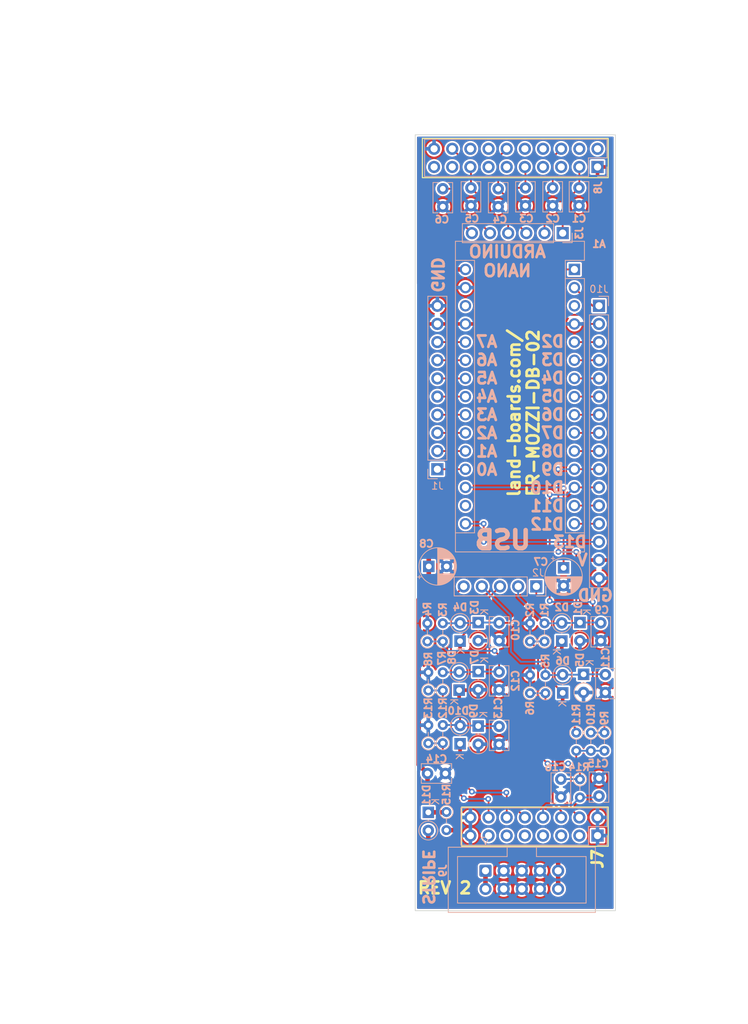
<source format=kicad_pcb>
(kicad_pcb (version 20211014) (generator pcbnew)
  (title_block (title "EURORACK MOZZI DAUGHTERCARD") (date "2022-10-29") (rev "1") (company "LAND BOARDS, LLC") (comment 1 "4 POTS, 5 JACKS"))
  (layers (0 "F.Cu" signal) (31 "B.Cu" signal) (34 "B.Paste" user) (35 "F.Paste" user) (36 "B.SilkS" user "B.Silkscreen") (37 "F.SilkS" user "F.Silkscreen") (38 "B.Mask" user) (39 "F.Mask" user) (44 "Edge.Cuts" user))
  (net 0 "")
  (net 1 "/POT2-2")
  (net 3 "/POT3-2")
  (net 4 "/POT1-2")
  (net 5 "/J1-T")
  (net 6 "/J2-T")
  (net 7 "/J3-T")
  (net 8 "/J4-T")
  (net 9 "GND")
  (net 10 "/ANA3")
  (net 11 "/ANA4")
  (net 12 "/ANA5")
  (net 13 "/J4-R_N")
  (net 14 "/J5-R_N")
  (net 15 "/J6-R_N")
  (net 16 "/J5-T")
  (net 17 "+12V")
  (net 18 "+5V")
  (net 19 "-12V")
  (net 22 "+12P")
  (net 23 "/ANA6")
  (net 24 "/ANA7")
  (net 25 "Net-(A1-Pad18)")
  (net 26 "/D13")
  (net 27 "/D12")
  (net 28 "/D11")
  (net 29 "/D10")
  (net 30 "/D9")
  (net 31 "/D8")
  (net 32 "/D7")
  (net 33 "/D6")
  (net 34 "/D0_RX")
  (net 35 "/D1_TX")
  (net 36 "Net-(C16-Pad1)")
  (net 37 "Net-(D11-Pad1)")
  (net 38 "/POT6-1")
  (net 39 "/POT6-3")
  (net 40 "/POT4-1")
  (net 41 "/POT4-3")
  (net 42 "/POT2-1")
  (net 43 "/POT2-3")
  (net 44 "/POT5-1")
  (net 45 "/POT5-3")
  (net 46 "/POT3-1")
  (net 47 "/POT3-3")
  (net 48 "/POT6-2")
  (net 49 "/POT4-2")
  (net 50 "/POT5-2")
  (net 51 "/ANA0")
  (net 52 "/ANA1")
  (net 53 "/ANA2")
  (net 54 "/J6-T")
  (net 55 "/J2-R_N")
  (net 56 "/D2")
  (net 57 "/D3")
  (net 58 "/D4")
  (net 59 "/D5")
  (net 60 "/J1-R_N")
  (net 61 "/J3-R_N")
  (net 62 "/POT1-1")
  (net 63 "/POT1-3")
  (net 64 "/J2-TIP")
  (net 65 "/J1-TIP")
  (net 66 "/J4-TIP")
  (net 67 "/J3-TIP")
  (net 68 "/J5-TIP")
  (footprint "Diode_THT:D_DO-35_SOD27_P2.54mm_Vertical_KathodeUp" (layer "B.Cu") (at 118.999 80.800686 90)
    (fp_text reference "D2")
    (fp_text value "BAT41")
  )
  (footprint "Diode_THT:D_DO-35_SOD27_P2.54mm_Vertical_KathodeUp" (layer "B.Cu") (at 119.126 88.039686 90)
    (fp_text reference "D6")
    (fp_text value "BAT41")
  )
  (footprint "Capacitor_THT:C_Rect_L4.0mm_W2.5mm_P2.50mm" (layer "B.Cu") (at 121.412 17.419 -90)
    (fp_text reference "C1")
    (fp_text value "0.1uF")
  )
  (footprint "Resistor_THT:R_Axial_DIN0204_L3.6mm_D1.6mm_P2.54mm_Vertical" (layer "B.Cu") (at 114.554 80.849 90)
    (fp_text reference "R2")
    (fp_text value "100K")
  )
  (footprint "Capacitor_THT:C_Rect_L4.0mm_W2.5mm_P2.50mm" (layer "B.Cu") (at 110.236 92.72999 -90)
    (fp_text reference "C13")
    (fp_text value "0.1uF")
  )
  (footprint "Capacitor_THT:C_Rect_L4.0mm_W2.5mm_P2.50mm" (layer "B.Cu") (at 100.223 99.314)
    (fp_text reference "C14")
    (fp_text value "0.1uF")
  )
  (footprint "Resistor_THT:R_Axial_DIN0204_L3.6mm_D1.6mm_P2.54mm_Vertical" (layer "B.Cu") (at 123.063 93.599 -90)
    (fp_text reference "R10")
    (fp_text value "1M")
  )
  (footprint "Resistor_THT:R_Axial_DIN0204_L3.6mm_D1.6mm_P2.54mm_Vertical" (layer "B.Cu") (at 102.362 80.849 90)
    (fp_text reference "R3")
    (fp_text value "10K")
  )
  (footprint "Resistor_THT:R_Axial_DIN0204_L3.6mm_D1.6mm_P2.54mm_Vertical" (layer "B.Cu") (at 102.362 87.707 90)
    (fp_text reference "R7")
    (fp_text value "10K")
  )
  (footprint "Capacitor_THT:C_Rect_L4.0mm_W2.5mm_P2.50mm" (layer "B.Cu") (at 110.109 17.546 -90)
    (fp_text reference "C4")
    (fp_text value "0.1uF")
  )
  (footprint "Resistor_THT:R_Axial_DIN0204_L3.6mm_D1.6mm_P2.54mm_Vertical" (layer "B.Cu") (at 102.87 104.698013 -90)
    (fp_text reference "R15")
    (fp_text value "10")
  )
  (footprint "Diode_THT:D_DO-35_SOD27_P2.54mm_Vertical_KathodeUp" (layer "B.Cu") (at 122.047 85.442315 -90)
    (fp_text reference "D5")
    (fp_text value "BAT41")
  )
  (footprint "Resistor_THT:R_Axial_DIN0204_L3.6mm_D1.6mm_P2.54mm_Vertical" (layer "B.Cu") (at 100.33 95.096 90)
    (fp_text reference "R13")
    (fp_text value "100K")
  )
  (footprint "Capacitor_THT:C_Rect_L4.0mm_W2.5mm_P2.50mm" (layer "B.Cu") (at 113.919 17.419 -90)
    (fp_text reference "C3")
    (fp_text value "0.1uF")
  )
  (footprint "Module:Arduino_Nano" (layer "B.Cu") (at 120.766992 28.829 180)
    (fp_text reference "A1")
    (fp_text value "Arduino_Nano_v3.x")
  )
  (footprint "Resistor_THT:R_Axial_DIN0204_L3.6mm_D1.6mm_P2.54mm_Vertical" (layer "B.Cu") (at 100.203 80.849 90)
    (fp_text reference "R4")
    (fp_text value "100K")
  )
  (footprint "Diode_THT:D_DO-35_SOD27_P2.54mm_Vertical_KathodeUp" (layer "B.Cu") (at 107.315 92.681315 -90)
    (fp_text reference "D9")
    (fp_text value "BAT41")
  )
  (footprint "Resistor_THT:R_Axial_DIN0204_L3.6mm_D1.6mm_P2.54mm_Vertical" (layer "B.Cu") (at 121.539 100.126 -90)
    (fp_text reference "R14")
    (fp_text value "3.9K")
  )
  (footprint "Capacitor_THT:C_Rect_L4.0mm_W2.5mm_P2.50mm" (layer "B.Cu") (at 124.206 102.46901 90)
    (fp_text reference "C15")
    (fp_text value "10nF")
  )
  (footprint "Capacitor_THT:C_Rect_L4.0mm_W2.5mm_P2.50mm" (layer "B.Cu") (at 110.236 78.252 -90)
    (fp_text reference "C10")
    (fp_text value "0.1uF")
  )
  (footprint "Diode_THT:D_DO-35_SOD27_P2.54mm_Vertical_KathodeUp" (layer "B.Cu") (at 107.315 85.061315 -90)
    (fp_text reference "D7")
    (fp_text value "BAT41")
  )
  (footprint "Resistor_THT:R_Axial_DIN0204_L3.6mm_D1.6mm_P2.54mm_Vertical" (layer "B.Cu") (at 114.554 88.088 90)
    (fp_text reference "R6")
    (fp_text value "100K")
  )
  (footprint "Connector_PinHeader_2.54mm:PinHeader_1x10_P2.54mm_Vertical" (layer "B.Cu") (at 101.6 56.769)
    (fp_text reference "J1")
    (fp_text value "Conn_01x10")
  )
  (footprint "Capacitor_THT:C_Rect_L4.0mm_W2.5mm_P2.50mm" (layer "B.Cu") (at 125.095 85.491 -90)
    (fp_text reference "C11")
    (fp_text value "0.1uF")
  )
  (footprint "Resistor_THT:R_Axial_DIN0204_L3.6mm_D1.6mm_P2.54mm_Vertical" (layer "B.Cu") (at 102.362 95.073 90)
    (fp_text reference "R12")
    (fp_text value "10K")
  )
  (footprint "Diode_THT:D_DO-35_SOD27_P2.54mm_Vertical_KathodeUp" (layer "B.Cu") (at 121.539 78.203315 -90)
    (fp_text reference "D1")
    (fp_text value "BAT41")
  )
  (footprint "Capacitor_THT:C_Rect_L4.0mm_W2.5mm_P2.50mm" (layer "B.Cu") (at 110.236 85.11 -90)
    (fp_text reference "C12")
    (fp_text value "0.1uF")
  )
  (footprint "Capacitor_THT:CP_Radial_D5.0mm_P2.50mm" (layer "B.Cu") (at 119.253 70.549888 -90)
    (fp_text reference "C7")
    (fp_text value "10uF")
  )
  (footprint "Resistor_THT:R_Axial_DIN0204_L3.6mm_D1.6mm_P2.54mm_Vertical" (layer "B.Cu") (at 100.33 87.707 90)
    (fp_text reference "R8")
    (fp_text value "100K")
  )
  (footprint "Connector_IDC:IDC-Header_2x05_P2.54mm_Vertical" (layer "B.Cu") (at 108.331 112.9125 -90)
    (fp_text reference "J9")
    (fp_text value "CONN, IDC, 2X5")
  )
  (footprint "Diode_THT:D_DO-35_SOD27_P2.54mm_Vertical_KathodeUp" (layer "B.Cu") (at 100.33 104.746315 -90)
    (fp_text reference "D11")
    (fp_text value "BAT41")
  )
  (footprint "Diode_THT:D_DO-35_SOD27_P2.54mm_Vertical_KathodeUp" (layer "B.Cu") (at 104.775 95.151686 90)
    (fp_text reference "D10")
    (fp_text value "BAT41")
  )
  (footprint "Capacitor_THT:C_Rect_L4.0mm_W2.5mm_P2.50mm" (layer "B.Cu") (at 118.872 100.096 -90)
    (fp_text reference "C16")
    (fp_text value "4.7nF")
  )
  (footprint "Capacitor_THT:C_Rect_L4.0mm_W2.5mm_P2.50mm" (layer "B.Cu") (at 117.729 17.419 -90)
    (fp_text reference "C2")
    (fp_text value "0.1uF")
  )
  (footprint "Connector_PinHeader_2.54mm:PinHeader_1x16_P2.54mm_Vertical" (layer "B.Cu") (at 124.206 33.909 180)
    (fp_text reference "J10")
    (fp_text value "Conn_01x16")
  )
  (footprint "Capacitor_THT:C_Rect_L4.0mm_W2.5mm_P2.50mm" (layer "B.Cu") (at 102.362 17.546 -90)
    (fp_text reference "C6")
    (fp_text value "0.1uF")
  )
  (footprint "Capacitor_THT:C_Rect_L4.0mm_W2.5mm_P2.50mm" (layer "B.Cu") (at 106.299 17.419 -90)
    (fp_text reference "C5")
    (fp_text value "0.1uF")
  )
  (footprint "Connector_PinHeader_2.54mm:PinHeader_1x05_P2.54mm_Vertical" (layer "B.Cu") (at 115.443 73.152 90)
    (fp_text reference "J2")
    (fp_text value "Conn_01x05")
  )
  (footprint "Capacitor_THT:CP_Radial_D5.0mm_P2.50mm" (layer "B.Cu") (at 100.394888 70.358)
    (fp_text reference "C8")
    (fp_text value "47uF")
  )
  (footprint "Connector_PinHeader_2.54mm:PinHeader_1x06_P2.54mm_Vertical" (layer "B.Cu") (at 119.126 23.749 90)
    (fp_text reference "J3")
    (fp_text value "Conn_01x06")
  )
  (footprint "Resistor_THT:R_Axial_DIN0204_L3.6mm_D1.6mm_P2.54mm_Vertical" (layer "B.Cu") (at 116.713 88.088 90)
    (fp_text reference "R5")
    (fp_text value "10K")
  )
  (footprint "Diode_THT:D_DO-35_SOD27_P2.54mm_Vertical_KathodeUp" (layer "B.Cu") (at 104.775 80.800686 90)
    (fp_text reference "D4")
    (fp_text value "BAT41")
  )
  (footprint "Diode_THT:D_DO-35_SOD27_P2.54mm_Vertical_KathodeUp" (layer "B.Cu") (at 104.648 87.658686 90)
    (fp_text reference "D8")
    (fp_text value "BAT41")
  )
  (footprint "Connector_PinHeader_2.54mm:PinHeader_2x10_P2.54mm_Vertical" (layer "B.Cu") (at 124.000006 14.499999 90)
    (fp_text reference "J8")
    (fp_text value "PROTO02_POTS")
  )
  (footprint "Connector_PinHeader_2.54mm:PinHeader_2x08_P2.54mm_Vertical" (layer "B.Cu") (at 124.000006 108.000013 90)
    (fp_text reference "J7")
    (fp_text value "PROTO02_JACKS")
  )
  (footprint "Diode_THT:D_DO-35_SOD27_P2.54mm_Vertical_KathodeUp" (layer "B.Cu") (at 107.315 78.203315 -90)
    (fp_text reference "D3")
    (fp_text value "BAT41")
  )
  (footprint "Resistor_THT:R_Axial_DIN0204_L3.6mm_D1.6mm_P2.54mm_Vertical" (layer "B.Cu") (at 116.586 80.849 90)
    (fp_text reference "R1")
    (fp_text value "10K")
  )
  (footprint "Resistor_THT:R_Axial_DIN0204_L3.6mm_D1.6mm_P2.54mm_Vertical" (layer "B.Cu") (at 124.968 93.599 -90)
    (fp_text reference "R9")
    (fp_text value "1M")
  )
  (footprint "Capacitor_THT:C_Rect_L4.0mm_W2.5mm_P2.50mm" (layer "B.Cu") (at 124.46 78.252 -90)
    (fp_text reference "C9")
    (fp_text value "0.1uF")
  )
  (footprint "Resistor_THT:R_Axial_DIN0204_L3.6mm_D1.6mm_P2.54mm_Vertical" (layer "B.Cu") (at 121.031 93.599 -90)
    (fp_text reference "R11")
    (fp_text value "3.9K")
  )
  (gr_rect (start 105 104) (end 125.5 109.5) (layer "F.SilkS") (width 0.15) (fill none))
  (gr_rect (start 99.5 10.5) (end 125.5 16) (layer "F.SilkS") (width 0.15) (fill none))
  (gr_rect (start 98.5 10) (end 126.5 118.5) (layer "Edge.Cuts") (width 0.1) (fill none))
  (gr_text "D2\nD3\nD4\nD5\nD6\nD7\nD8\nD9\nD10\nD11\nD12" (at 119.507 51.689) (layer "B.SilkS") (effects (font (size 1.5875 1.5875) (thickness 0.381)) (justify left mirror)))
  (gr_text "STRIPE" (at 100.33 113.792 270) (layer "B.SilkS") (effects (font (size 1.5 1.5) (thickness 0.375)) (justify mirror)))
  (gr_text "ARDUINO\nNANO" (at 111.379 27.686) (layer "B.SilkS") (effects (font (size 1.651 1.651) (thickness 0.381)) (justify mirror)))
  (gr_text "GND" (at 126.365 74.422) (layer "B.SilkS") (effects (font (size 1.5875 1.5875) (thickness 0.381)) (justify left mirror)))
  (gr_text "D13" (at 122.682 66.929) (layer "B.SilkS") (effects (font (size 1.5875 1.5875) (thickness 0.381)) (justify left mirror)))
  (gr_text "GND" (at 101.6 32.258 270) (layer "B.SilkS") (effects (font (size 1.5875 1.5875) (thickness 0.381)) (justify left mirror)))
  (gr_text "USB" (at 110.744 66.675) (layer "B.SilkS") (effects (font (size 2.54 2.54) (thickness 0.635)) (justify mirror)))
  (gr_text "V" (at 122.809 69.469) (layer "B.SilkS") (effects (font (size 1.5875 1.5875) (thickness 0.381)) (justify left mirror)))
  (gr_text "A7\nA6\nA5\nA4\nA3\nA2\nA1\nA0" (at 106.807 47.879) (layer "B.SilkS") (effects (font (size 1.5875 1.5875) (thickness 0.381)) (justify right mirror)))
  (gr_text "REV 2" (at 102.616 115.316) (layer "F.SilkS") (effects (font (size 1.651 1.651) (thickness 0.381))))
  (gr_text "land-boards.com/\nER-MOZZI-DB-02" (at 113.665 48.895 90) (layer "F.SilkS") (effects (font (size 1.651 1.651) (thickness 0.381))))
  (segment (start 112.014 21.717) (end 114.046 23.749) (width 0.254) (layer "F.Cu") (net 1))
  (segment (start 113.919 17.419) (end 112.756 17.419) (width 0.254) (layer "F.Cu") (net 1))
  (segment (start 112.014 18.161) (end 112.014 21.717) (width 0.254) (layer "F.Cu") (net 1))
  (segment (start 112.756 17.419) (end 112.014 18.161) (width 0.254) (layer "F.Cu") (net 1))
  (segment (start 113.919 17.419) (end 113.919 14.578993) (width 0.254) (layer "F.Cu") (net 1))
  (segment (start 108.077 19.197) (end 108.077 22.86) (width 0.254) (layer "F.Cu") (net 3))
  (segment (start 106.299 17.419) (end 108.077 19.197) (width 0.254) (layer "F.Cu") (net 3))
  (segment (start 106.299 17.419) (end 106.299 14.578993) (width 0.254) (layer "F.Cu") (net 3))
  (segment (start 108.077 22.86) (end 108.966 23.749) (width 0.254) (layer "F.Cu") (net 3))
  (segment (start 102.362 17.546) (end 103.652 17.546) (width 0.25) (layer "F.Cu") (net 4))
  (segment (start 103.652 17.546) (end 104.14 18.034) (width 0.25) (layer "F.Cu") (net 4))
  (segment (start 104.14 18.034) (end 104.14 21.463) (width 0.25) (layer "F.Cu") (net 4))
  (segment (start 104.14 21.463) (end 106.426 23.749) (width 0.25) (layer "F.Cu") (net 4))
  (segment (start 104.854517 13.13451) (end 104.854517 16.343483) (width 0.25) (layer "F.Cu") (net 4))
  (segment (start 104.854517 16.343483) (end 103.652 17.546) (width 0.25) (layer "F.Cu") (net 4))
  (segment (start 103.680006 11.959999) (end 104.854517 13.13451) (width 0.25) (layer "F.Cu") (net 4))
  (segment (start 111.633 101.092) (end 112.141 101.6) (width 0.254) (layer "F.Cu") (net 5))
  (segment (start 112.141 101.6) (end 112.141 103.761007) (width 0.254) (layer "F.Cu") (net 5))
  (segment (start 109.601 82.169) (end 111.76 84.328) (width 0.254) (layer "F.Cu") (net 5))
  (segment (start 111.633 96.901) (end 111.633 101.092) (width 0.254) (layer "F.Cu") (net 5))
  (segment (start 111.76 84.328) (end 111.76 96.774) (width 0.254) (layer "F.Cu") (net 5))
  (segment (start 112.141 103.761007) (end 113.840006 105.460013) (width 0.254) (layer "F.Cu") (net 5))
  (segment (start 111.76 96.774) (end 111.633 96.901) (width 0.254) (layer "F.Cu") (net 5))
  (via (at 109.601 82.169) (size 0.8) (drill 0.4) (layers "F.Cu" "B.Cu") (net 5))
  (segment (start 102.362 81.534) (end 102.997 82.169) (width 0.254) (layer "B.Cu") (net 5))
  (segment (start 109.601 82.169) (end 102.997 82.169) (width 0.254) (layer "B.Cu") (net 5))
  (segment (start 100.203 80.849) (end 102.362 80.849) (width 0.254) (layer "B.Cu") (net 5))
  (segment (start 102.362 80.849) (end 102.362 81.534) (width 0.254) (layer "B.Cu") (net 5))
  (segment (start 120.269 104.269007) (end 120.269 98.298) (width 0.25) (layer "F.Cu") (net 6))
  (segment (start 121.460006 105.460013) (end 120.269 104.269007) (width 0.25) (layer "F.Cu") (net 6))
  (segment (start 115.688489 81.983489) (end 114.554 80.849) (width 0.25) (layer "F.Cu") (net 6))
  (segment (start 115.688489 96.602989) (end 115.688489 81.983489) (width 0.25) (layer "F.Cu") (net 6))
  (segment (start 120.269 98.298) (end 119.888 97.917) (width 0.25) (layer "F.Cu") (net 6))
  (segment (start 117.0025 97.917) (end 115.688489 96.602989) (width 0.25) (layer "F.Cu") (net 6))
  (via (at 117.0025 97.917) (size 0.8) (drill 0.4) (layers "F.Cu" "B.Cu") (net 6))
  (via (at 119.888 97.917) (size 0.8) (drill 0.4) (layers "F.Cu" "B.Cu") (net 6))
  (segment (start 119.888 97.917) (end 117.0025 97.917) (width 0.25) (layer "B.Cu") (net 6))
  (segment (start 114.554 80.849) (end 116.586 80.849) (width 0.254) (layer "B.Cu") (net 6))
  (segment (start 111.300006 102.029006) (end 111.252 101.981) (width 0.254) (layer "F.Cu") (net 7))
  (segment (start 111.300006 105.460013) (end 111.300006 102.029006) (width 0.254) (layer "F.Cu") (net 7))
  (segment (start 104.968687 100.396687) (end 104.968687 98.231313) (width 0.254) (layer "F.Cu") (net 7))
  (segment (start 106.426 101.854) (end 104.968687 100.396687) (width 0.254) (layer "F.Cu") (net 7))
  (segment (start 103.505 96.767626) (end 103.505 90.297) (width 0.254) (layer "F.Cu") (net 7))
  (segment (start 102.362 89.154) (end 102.362 87.707) (width 0.254) (layer "F.Cu") (net 7))
  (segment (start 103.505 90.297) (end 102.362 89.154) (width 0.254) (layer "F.Cu") (net 7))
  (segment (start 104.968687 98.231313) (end 103.505 96.767626) (width 0.254) (layer "F.Cu") (net 7))
  (via (at 111.252 101.981) (size 0.8) (drill 0.4) (layers "F.Cu" "B.Cu") (net 7))
  (via (at 106.426 101.854) (size 0.8) (drill 0.4) (layers "F.Cu" "B.Cu") (net 7))
  (segment (start 106.553 101.981) (end 106.426 101.854) (width 0.254) (layer "B.Cu") (net 7))
  (segment (start 111.252 101.981) (end 106.553 101.981) (width 0.254) (layer "B.Cu") (net 7))
  (segment (start 100.33 87.707) (end 102.362 87.707) (width 0.254) (layer "B.Cu") (net 7))
  (segment (start 118.920006 105.460013) (end 118.920006 104.569006) (width 0.254) (layer "F.Cu") (net 8))
  (segment (start 118.920006 104.569006) (end 117.729 103.378) (width 0.254) (layer "F.Cu") (net 8))
  (segment (start 117.729 92.456) (end 117.729 103.378) (width 0.254) (layer "F.Cu") (net 8))
  (segment (start 116.713 88.088) (end 116.713 91.44) (width 0.254) (layer "F.Cu") (net 8))
  (segment (start 116.713 91.44) (end 117.729 92.456) (width 0.254) (layer "F.Cu") (net 8))
  (segment (start 114.554 88.088) (end 116.713 88.088) (width 0.254) (layer "B.Cu") (net 8))
  (segment (start 101.6 49.149) (end 105.526992 49.149) (width 0.25) (layer "F.Cu") (net 10))
  (segment (start 101.6 46.609) (end 105.526992 46.609) (width 0.25) (layer "F.Cu") (net 11))
  (segment (start 101.6 44.069) (end 105.526992 44.069) (width 0.25) (layer "F.Cu") (net 12))
  (segment (start 102.362 96.266) (end 102.362 95.073) (width 0.254) (layer "F.Cu") (net 16))
  (segment (start 108.760006 105.460013) (end 108.760006 102.918006) (width 0.254) (layer "F.Cu") (net 16))
  (segment (start 104.14 98.044) (end 102.362 96.266) (width 0.254) (layer "F.Cu") (net 16))
  (segment (start 104.14 101.611885) (end 104.14 98.044) (width 0.254) (layer "F.Cu") (net 16))
  (segment (start 105.307322 102.779207) (end 104.14 101.611885) (width 0.254) (layer "F.Cu") (net 16))
  (segment (start 108.760006 102.918006) (end 108.712 102.87) (width 0.254) (layer "F.Cu") (net 16))
  (via (at 105.307322 102.779207) (size 0.8) (drill 0.4) (layers "F.Cu" "B.Cu") (net 16))
  (via (at 108.712 102.87) (size 0.8) (drill 0.4) (layers "F.Cu" "B.Cu") (net 16))
  (segment (start 108.712 102.87) (end 105.398115 102.87) (width 0.254) (layer "B.Cu") (net 16))
  (segment (start 100.33 95.096) (end 102.339 95.096) (width 0.254) (layer "B.Cu") (net 16))
  (segment (start 105.398115 102.87) (end 105.307322 102.779207) (width 0.254) (layer "B.Cu") (net 16))
  (segment (start 117.602 110.744) (end 101.219 110.744) (width 0.635) (layer "F.Cu") (net 17))
  (segment (start 118.491 111.633) (end 117.602 110.744) (width 0.635) (layer "F.Cu") (net 17))
  (segment (start 118.491 112.9125) (end 118.491 111.633) (width 0.635) (layer "F.Cu") (net 17))
  (segment (start 101.219 110.744) (end 100.33 109.855) (width 0.635) (layer "F.Cu") (net 17))
  (segment (start 100.33 109.855) (end 100.33 107.286315) (width 0.635) (layer "F.Cu") (net 17))
  (segment (start 118.491 112.9125) (end 118.491 115.4525) (width 0.635) (layer "F.Cu") (net 17))
  (segment (start 118.999 80.800686) (end 118.001489 81.798197) (width 0.25) (layer "F.Cu") (net 18))
  (segment (start 118.001489 86.915175) (end 119.126 88.039686) (width 0.25) (layer "F.Cu") (net 18))
  (segment (start 104.775 80.391) (end 105.918 79.248) (width 0.25) (layer "F.Cu") (net 18))
  (segment (start 118.001489 81.798197) (end 118.001489 86.915175) (width 0.25) (layer "F.Cu") (net 18))
  (segment (start 108.331 112.9125) (end 108.331 115.4525) (width 0.635) (layer "F.Cu") (net 19))
  (segment (start 101.854 28.829) (end 105.526992 28.829) (width 0.635) (layer "F.Cu") (net 22))
  (segment (start 99.314 62.357) (end 99.314 31.369) (width 0.635) (layer "F.Cu") (net 22))
  (segment (start 103.632 102.362) (end 101.092 102.362) (width 0.635) (layer "F.Cu") (net 22))
  (segment (start 104.521 106.807) (end 104.521 103.251) (width 0.635) (layer "F.Cu") (net 22))
  (segment (start 98.985989 75.004011) (end 100.394888 73.595112) (width 0.635) (layer "F.Cu") (net 22))
  (segment (start 100.394888 73.595112) (end 100.394888 70.358) (width 0.635) (layer "F.Cu") (net 22))
  (segment (start 104.521 103.251) (end 103.632 102.362) (width 0.635) (layer "F.Cu") (net 22))
  (segment (start 101.092 102.362) (end 100.223 101.493) (width 0.635) (layer "F.Cu") (net 22))
  (segment (start 100.394888 70.358) (end 100.394888 63.437888) (width 0.635) (layer "F.Cu") (net 22))
  (segment (start 104.09 107.238) (end 104.521 106.807) (width 0.635) (layer "F.Cu") (net 22))
  (segment (start 100.394888 63.437888) (end 99.314 62.357) (width 0.635) (layer "F.Cu") (net 22))
  (segment (start 99.314 31.369) (end 101.854 28.829) (width 0.635) (layer "F.Cu") (net 22))
  (segment (start 98.985989 98.076989) (end 98.985989 75.004011) (width 0.635) (layer "F.Cu") (net 22))
  (segment (start 100.223 99.314) (end 98.985989 98.076989) (width 0.635) (layer "F.Cu") (net 22))
  (segment (start 100.223 101.493) (end 100.223 99.314) (width 0.635) (layer "F.Cu") (net 22))
  (segment (start 102.87 107.238) (end 104.09 107.238) (width 0.635) (layer "F.Cu") (net 22))
  (segment (start 101.6 41.529) (end 105.526992 41.529) (width 0.25) (layer "F.Cu") (net 23))
  (segment (start 101.6 38.989) (end 105.526992 38.989) (width 0.25) (layer "F.Cu") (net 24))
  (segment (start 119.253 70.549888) (end 119.253 59.436) (width 0.254) (layer "F.Cu") (net 25))
  (via (at 119.253 59.436) (size 0.8) (drill 0.4) (layers "F.Cu" "B.Cu") (net 25))
  (segment (start 119.253 59.436) (end 119.126 59.309) (width 0.254) (layer "B.Cu") (net 25))
  (segment (start 119.126 59.309) (end 105.526992 59.309) (width 0.254) (layer "B.Cu") (net 25))
  (segment (start 108.077 66.929) (end 108.077 64.389) (width 0.25) (layer "F.Cu") (net 26))
  (via (at 108.077 64.389) (size 0.8) (drill 0.4) (layers "F.Cu" "B.Cu") (net 26))
  (via (at 108.077 66.929) (size 0.8) (drill 0.4) (layers "F.Cu" "B.Cu") (net 26))
  (segment (start 105.527 64.389) (end 108.077 64.389) (width 0.25) (layer "B.Cu") (net 26))
  (segment (start 124.079 66.929) (end 108.077 66.929) (width 0.25) (layer "B.Cu") (net 26))
  (segment (start 120.767 64.389) (end 124.079 64.389) (width 0.25) (layer "F.Cu") (net 27))
  (segment (start 120.767 61.849) (end 124.079 61.849) (width 0.25) (layer "F.Cu") (net 28))
  (segment (start 120.766992 59.309) (end 124.079 59.309) (width 0.254) (layer "F.Cu") (net 29))
  (segment (start 123.698 90.551) (end 123.698 87.63) (width 0.254) (layer "F.Cu") (net 29))
  (segment (start 123.333489 87.265489) (end 123.333489 75.327489) (width 0.254) (layer "F.Cu") (net 29))
  (segment (start 124.968 91.821) (end 123.698 90.551) (width 0.254) (layer "F.Cu") (net 29))
  (segment (start 123.698 87.63) (end 123.333489 87.265489) (width 0.254) (layer "F.Cu") (net 29))
  (segment (start 117.3125 75.184) (end 117.3125 60.325) (width 0.254) (layer "F.Cu") (net 29))
  (segment (start 124.968 93.599) (end 124.968 91.821) (width 0.254) (layer "F.Cu") (net 29))
  (via (at 123.333489 75.327489) (size 0.8) (drill 0.4) (layers "F.Cu" "B.Cu") (net 29))
  (via (at 117.3125 75.184) (size 0.8) (drill 0.4) (layers "F.Cu" "B.Cu") (net 29))
  (via (at 117.3125 60.325) (size 0.8) (drill 0.4) (layers "F.Cu" "B.Cu") (net 29))
  (segment (start 119.750992 60.325) (end 120.766992 59.309) (width 0.254) (layer "B.Cu") (net 29))
  (segment (start 123.063 93.599) (end 124.968 93.599) (width 0.254) (layer "B.Cu") (net 29))
  (segment (start 117.455989 75.327489) (end 117.3125 75.184) (width 0.254) (layer "B.Cu") (net 29))
  (segment (start 123.333489 75.327489) (end 117.455989 75.327489) (width 0.254) (layer "B.Cu") (net 29))
  (segment (start 117.3125 60.325) (end 119.750992 60.325) (width 0.254) (layer "B.Cu") (net 29))
  (segment (start 118.5265 68.326) (end 118.5265 56.8045) (width 0.254) (layer "F.Cu") (net 30))
  (segment (start 120.766992 56.769) (end 124.079 56.769) (width 0.254) (layer "F.Cu") (net 30))
  (segment (start 120.412489 76.056511) (end 120.412489 92.472489) (width 0.254) (layer "F.Cu") (net 30))
  (segment (start 120.412489 92.472489) (end 121.539 93.599) (width 0.254) (layer "F.Cu") (net 30))
  (segment (start 121.031 75.438) (end 120.412489 76.056511) (width 0.254) (layer "F.Cu") (net 30))
  (segment (start 118.5265 56.8045) (end 118.491 56.769) (width 0.254) (layer "F.Cu") (net 30))
  (segment (start 121.031 68.326) (end 121.031 75.438) (width 0.254) (layer "F.Cu") (net 30))
  (via (at 118.491 56.769) (size 0.8) (drill 0.4) (layers "F.Cu" "B.Cu") (net 30))
  (via (at 121.031 68.326) (size 0.8) (drill 0.4) (layers "F.Cu" "B.Cu") (net 30))
  (via (at 118.5265 68.326) (size 0.8) (drill 0.4) (layers "F.Cu" "B.Cu") (net 30))
  (segment (start 121.031 68.326) (end 118.5265 68.326) (width 0.254) (layer "B.Cu") (net 30))
  (segment (start 118.491 56.769) (end 120.766992 56.769) (width 0.254) (layer "B.Cu") (net 30))
  (segment (start 120.767 54.229) (end 124.079 54.229) (width 0.25) (layer "F.Cu") (net 31))
  (segment (start 120.767 51.689) (end 124.079 51.689) (width 0.25) (layer "F.Cu") (net 32))
  (segment (start 120.767 49.149) (end 124.079 49.149) (width 0.25) (layer "F.Cu") (net 33))
  (segment (start 123.306992 33.909) (end 120.766992 31.369) (width 0.25) (layer "F.Cu") (net 34))
  (segment (start 124.206 33.909) (end 123.306992 33.909) (width 0.25) (layer "F.Cu") (net 34))
  (segment (start 118.11 29.464) (end 118.745 28.829) (width 0.25) (layer "F.Cu") (net 35))
  (segment (start 118.491 35.179) (end 118.11 34.798) (width 0.25) (layer "F.Cu") (net 35))
  (segment (start 118.11 34.798) (end 118.11 29.464) (width 0.25) (layer "F.Cu") (net 35))
  (segment (start 124.206 36.449) (end 122.809 36.449) (width 0.25) (layer "F.Cu") (net 35))
  (segment (start 122.809 36.449) (end 121.539 35.179) (width 0.25) (layer "F.Cu") (net 35))
  (segment (start 118.745 28.829) (end 120.766992 28.829) (width 0.25) (layer "F.Cu") (net 35))
  (segment (start 121.539 35.179) (end 118.491 35.179) (width 0.25) (layer "F.Cu") (net 35))
  (segment (start 121.031 96.139) (end 121.031 97.536) (width 0.254) (layer "F.Cu") (net 36))
  (segment (start 121.031 97.536) (end 121.539 98.044) (width 0.254) (layer "F.Cu") (net 36))
  (segment (start 121.539 100.126) (end 121.539 98.044) (width 0.254) (layer "F.Cu") (net 36))
  (segment (start 123.063 96.139) (end 124.968 96.139) (width 0.254) (layer "B.Cu") (net 36))
  (segment (start 118.872 100.096) (end 121.509 100.096) (width 0.254) (layer "B.Cu") (net 36))
  (segment (start 121.031 96.139) (end 123.063 96.139) (width 0.254) (layer "B.Cu") (net 36))
  (segment (start 100.33 104.746315) (end 102.821685 104.746315) (width 0.635) (layer "F.Cu") (net 37))
  (segment (start 121.460006 14.499999) (end 121.460006 17.370994) (width 0.25) (layer "F.Cu") (net 48))
  (segment (start 119.126 23.749) (end 119.126 19.705) (width 0.25) (layer "F.Cu") (net 48))
  (segment (start 119.126 19.705) (end 121.412 17.419) (width 0.25) (layer "F.Cu") (net 48))
  (segment (start 118.920006 11.959999) (end 117.729 13.151005) (width 0.25) (layer "F.Cu") (net 49))
  (segment (start 116.586 22.225) (end 116.586 23.749) (width 0.25) (layer "F.Cu") (net 49))
  (segment (start 117.729 17.419) (end 115.951 19.197) (width 0.25) (layer "F.Cu") (net 49))
  (segment (start 115.951 21.59) (end 116.586 22.225) (width 0.25) (layer "F.Cu") (net 49))
  (segment (start 117.729 13.151005) (end 117.729 17.419) (width 0.25) (layer "F.Cu") (net 49))
  (segment (start 115.951 19.197) (end 115.951 21.59) (width 0.25) (layer "F.Cu") (net 49))
  (segment (start 110.109 13.151005) (end 110.109 17.546) (width 0.25) (layer "F.Cu") (net 50))
  (segment (start 111.506 18.943) (end 110.109 17.546) (width 0.25) (layer "F.Cu") (net 50))
  (segment (start 111.300006 11.959999) (end 110.109 13.151005) (width 0.25) (layer "F.Cu") (net 50))
  (segment (start 111.506 23.749) (end 111.506 18.943) (width 0.25) (layer "F.Cu") (net 50))
  (segment (start 101.6 56.769) (end 105.526992 56.769) (width 0.25) (layer "F.Cu") (net 51))
  (segment (start 101.6 54.229) (end 105.526992 54.229) (width 0.25) (layer "F.Cu") (net 52))
  (segment (start 101.6 51.689) (end 105.526992 51.689) (width 0.25) (layer "F.Cu") (net 53))
  (segment (start 116.876489 103.722511) (end 116.380006 104.218994) (width 0.254) (layer "B.Cu") (net 54))
  (segment (start 116.380006 104.218994) (end 116.380006 105.460013) (width 0.254) (layer "B.Cu") (net 54))
  (segment (start 121.539 102.666) (end 120.482489 103.722511) (width 0.254) (layer "B.Cu") (net 54))
  (segment (start 121.539 102.666) (end 124.00901 102.666) (width 0.254) (layer "B.Cu") (net 54))
  (segment (start 120.482489 103.722511) (end 116.876489 103.722511) (width 0.254) (layer "B.Cu") (net 54))
  (segment (start 120.766992 38.989) (end 124.206 38.989) (width 0.25) (layer "F.Cu") (net 56))
  (segment (start 120.766992 41.529) (end 124.206 41.529) (width 0.25) (layer "F.Cu") (net 57))
  (segment (start 120.766992 44.069) (end 124.206 44.069) (width 0.25) (layer "F.Cu") (net 58))
  (segment (start 120.766992 46.609) (end 124.206 46.609) (width 0.25) (layer "F.Cu") (net 59))
  (segment (start 118.999 78.260686) (end 121.481629 78.260686) (width 0.254) (layer "B.Cu") (net 64))
  (segment (start 112.903 73.152) (end 112.903 74.626) (width 0.25) (layer "B.Cu") (net 64))
  (segment (start 121.539 78.203315) (end 124.411315 78.203315) (width 0.254) (layer "B.Cu") (net 64))
  (segment (start 116.586 78.309) (end 118.950686 78.309) (width 0.254) (layer "B.Cu") (net 64))
  (segment (start 112.903 74.626) (end 116.586 78.309) (width 0.25) (layer "B.Cu") (net 64))
  (segment (start 110.236 78.252) (end 111.867 78.252) (width 0.25) (layer "F.Cu") (net 65))
  (segment (start 115.443 74.676) (end 115.443 73.152) (width 0.25) (layer "F.Cu") (net 65))
  (segment (start 111.867 78.252) (end 115.443 74.676) (width 0.25) (layer "F.Cu") (net 65))
  (segment (start 104.775 78.260686) (end 107.257629 78.260686) (width 0.254) (layer "B.Cu") (net 65))
  (segment (start 107.315 78.203315) (end 110.187315 78.203315) (width 0.254) (layer "B.Cu") (net 65))
  (segment (start 102.362 78.309) (end 104.726686 78.309) (width 0.254) (layer "B.Cu") (net 65))
  (segment (start 122.047 85.442315) (end 125.046315 85.442315) (width 0.254) (layer "B.Cu") (net 66))
  (segment (start 116.713 84.328) (end 116.713 85.548) (width 0.254) (layer "B.Cu") (net 66))
  (segment (start 107.823 73.152) (end 111.887 77.216) (width 0.254) (layer "B.Cu") (net 66))
  (segment (start 111.887 77.216) (end 111.887 82.296) (width 0.254) (layer "B.Cu") (net 66))
  (segment (start 119.126 85.499686) (end 121.989629 85.499686) (width 0.254) (layer "B.Cu") (net 66))
  (segment (start 116.713 85.548) (end 119.077686 85.548) (width 0.254) (layer "B.Cu") (net 66))
  (segment (start 113.284 83.693) (end 116.078 83.693) (width 0.254) (layer "B.Cu") (net 66))
  (segment (start 111.887 82.296) (end 113.284 83.693) (width 0.254) (layer "B.Cu") (net 66))
  (segment (start 116.078 83.693) (end 116.713 84.328) (width 0.254) (layer "B.Cu") (net 66))
  (segment (start 108.876489 82.587489) (end 110.236 83.947) (width 0.25) (layer "F.Cu") (net 67))
  (segment (start 108.876489 74.638511) (end 108.876489 82.587489) (width 0.25) (layer "F.Cu") (net 67))
  (segment (start 110.363 73.152) (end 108.876489 74.638511) (width 0.25) (layer "F.Cu") (net 67))
  (segment (start 110.236 83.947) (end 110.236 85.11) (width 0.25) (layer "F.Cu") (net 67))
  (segment (start 104.648 85.118686) (end 107.257629 85.118686) (width 0.254) (layer "B.Cu") (net 67))
  (segment (start 107.315 85.061315) (end 110.187315 85.061315) (width 0.254) (layer "B.Cu") (net 67))
  (segment (start 102.362 85.167) (end 104.599686 85.167) (width 0.254) (layer "B.Cu") (net 67))
  (segment (start 104.775 90.612664) (end 103.505 89.342664) (width 0.254) (layer "F.Cu") (net 68))
  (segment (start 104.775 92.611686) (end 104.775 90.612664) (width 0.254) (layer "F.Cu") (net 68))
  (segment (start 103.505 89.342664) (end 103.505 74.93) (width 0.254) (layer "F.Cu") (net 68))
  (segment (start 103.505 74.93) (end 105.283 73.152) (width 0.254) (layer "F.Cu") (net 68))
  (segment (start 104.775 92.611686) (end 107.245371 92.611686) (width 0.254) (layer "B.Cu") (net 68))
  (segment (start 107.315 92.681315) (end 110.187315 92.681315) (width 0.254) (layer "B.Cu") (net 68))
  (segment (start 102.362 92.533) (end 104.696314 92.533) (width 0.254) (layer "B.Cu") (net 68))
  (zone (net 18) (net_name "+5V") (layer "F.Cu") (connect_pads (clearance 0.254)) (min_thickness 0.254) (fill yes (thermal_gap 0.508) (thermal_bridge_width 0.508))
    (polygon (pts (xy 126.5 118.5) (xy 98.000195 118.458527) (xy 98.500195 9.958527) (xy 126.5 10)))
  )
  (zone (net 9) (net_name "GND") (layer "B.Cu") (connect_pads (clearance 0.254)) (min_thickness 0.254) (fill yes (thermal_gap 0.508) (thermal_bridge_width 0.508))
    (polygon (pts (xy 126.43 118.400004) (xy 98.4 118.400004) (xy 98.5 10.1) (xy 126.43 10.100004)))
  )
)
</source>
